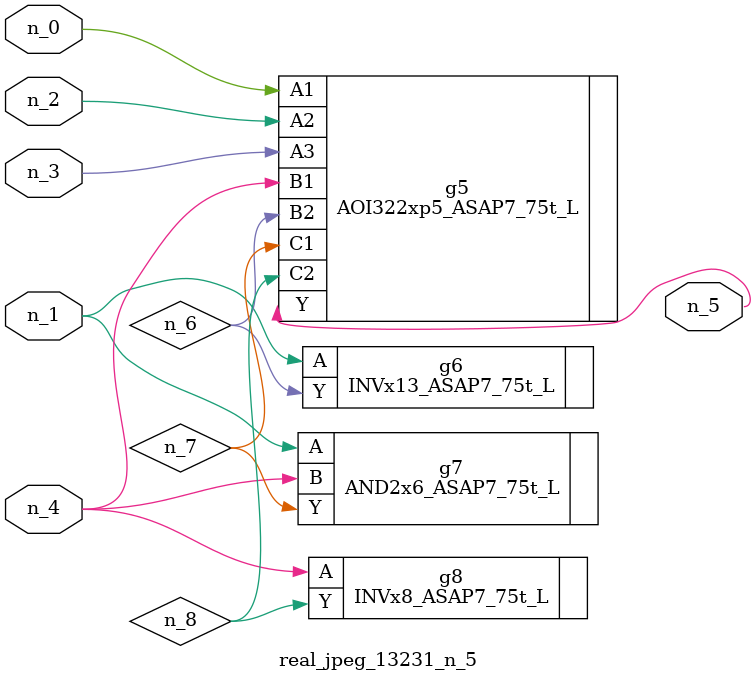
<source format=v>
module real_jpeg_13231_n_5 (n_4, n_0, n_1, n_2, n_3, n_5);

input n_4;
input n_0;
input n_1;
input n_2;
input n_3;

output n_5;

wire n_8;
wire n_6;
wire n_7;

AOI322xp5_ASAP7_75t_L g5 ( 
.A1(n_0),
.A2(n_2),
.A3(n_3),
.B1(n_4),
.B2(n_6),
.C1(n_7),
.C2(n_8),
.Y(n_5)
);

INVx13_ASAP7_75t_L g6 ( 
.A(n_1),
.Y(n_6)
);

AND2x6_ASAP7_75t_L g7 ( 
.A(n_1),
.B(n_4),
.Y(n_7)
);

INVx8_ASAP7_75t_L g8 ( 
.A(n_4),
.Y(n_8)
);


endmodule
</source>
